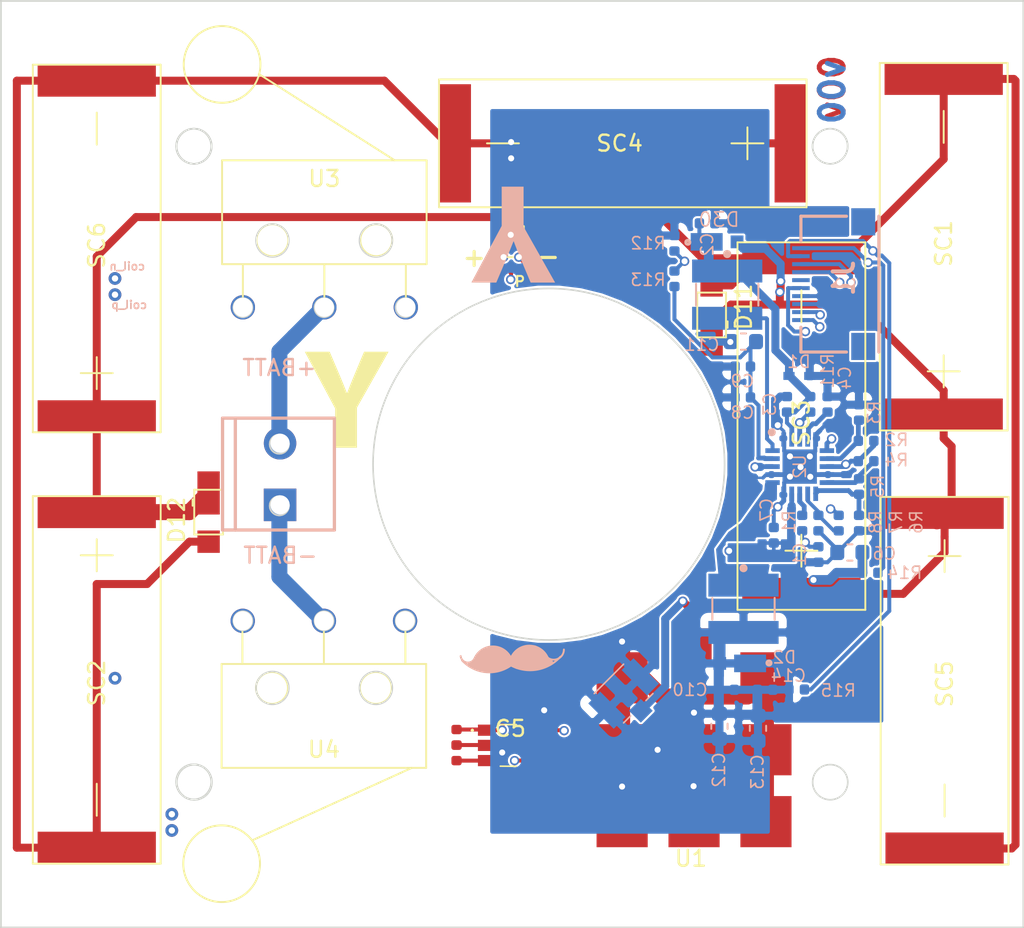
<source format=kicad_pcb>
(kicad_pcb (version 20171130) (host pcbnew "(5.1.4-0-10_14)")
  (layers (0 Top signal hide) (1 In1.Cu signal hide) (2 In2.Cu signal hide) (3 In3.Cu signal hide) (4 In4.Cu signal hide) (31 Bottom signal) (34 B.Paste user) (35 F.Paste user hide) (36 B.SilkS user) (37 F.SilkS user hide) (38 B.Mask user) (39 F.Mask user hide) (44 Edge.Cuts user))
  (net 0 "")
  (net 1 "Net-(D11-Pad2)")
  (net 2 GND)
  (net 3 VOUT_EN)
  (net 4 VSOLAR)
  (net 5 "Net-(C4-Pad1)")
  (net 6 +3V3)
  (net 7 /VBAT)
  (net 8 "Net-(C11-Pad1)")
  (net 9 "Net-(IC2-Pad2)")
  (net 10 SCL1)
  (net 11 SDA1)
  (net 12 COIL_N)
  (net 13 BATT_N)
  (net 14 BATT_P)
  (net 15 "Net-(L1-Pad2)")
  (net 16 "Net-(L2-Pad1)")
  (net 17 VBAT_OK)
  (net 18 "Net-(R5-Pad1)")
  (net 19 "Net-(R7-Pad1)")
  (net 20 COIL_P)
  (net 21 /coil)
  (net 22 "Net-(D11-Pad1)")
  (net 23 "Net-(R2-Pad2)")
  (net 24 "Net-(R2-Pad1)")
  (net 25 "Net-(R4-Pad1)")
  (net 26 "Net-(R11-Pad1)")
  (net 27 "Net-(J2-Pad3)")
  (net 28 "Net-(J3-Pad2)")
  (net 29 "Net-(J3-Pad1)")
  (module solarpcb:D2F-L2-2 (layer Top) (at 133.24332 89.18194)
    (fp_text reference U3 (at 0 -8.05) (layer F.SilkS))
    (fp_text value SW_SPDT)
    (pad 1 thru_hole circle (at 5.1 0) (size 1.524 1.524) (drill 1.2) (layers *.Cu *.Mask))
    (pad 2 thru_hole circle (at 0 0) (size 1.524 1.524) (drill 1.2) (layers *.Cu *.Mask) (net 28 "Net-(J3-Pad2)"))
    (pad 3 thru_hole circle (at -5.1 0) (size 1.524 1.524) (drill 1.2) (layers *.Cu *.Mask) (net 14 BATT_P))
  )
  (module solarpcb:XF2M-1015-1A (layer Bottom) (at 163.068 87.7316 270)
    (fp_text reference J1 (at -0.37186 -2.68404 90) (layer B.SilkS) (effects (font (size 1.27 1.27) (thickness 0.254)) (justify mirror)))
    (fp_text value XF2M-1015-1A hide)
    (pad 12 smd rect (at 3.9 -3.9 180) (size 1.5 1.7) (layers Bottom B.Paste B.Mask))
    (pad 11 smd rect (at -3.9 -3.9 180) (size 1.5 1.7) (layers Bottom B.Paste B.Mask))
    (pad 10 smd rect (at 2.25 0 270) (size 0.25 1.1) (layers Bottom B.Paste B.Mask) (net 20 COIL_P))
    (pad 9 smd rect (at 1.75 0 270) (size 0.25 1.1) (layers Bottom B.Paste B.Mask) (net 12 COIL_N))
    (pad 8 smd rect (at 1.25 0 270) (size 0.25 1.1) (layers Bottom B.Paste B.Mask) (net 2 GND))
    (pad 7 smd rect (at 0.75 0 270) (size 0.25 1.1) (layers Bottom B.Paste B.Mask) (net 2 GND))
    (pad 6 smd rect (at 0.25 0 270) (size 0.25 1.1) (layers Bottom B.Paste B.Mask) (net 6 +3V3))
    (pad 5 smd rect (at -0.25 0 270) (size 0.25 1.1) (layers Bottom B.Paste B.Mask))
    (pad 4 smd rect (at -0.75 0 270) (size 0.25 1.1) (layers Bottom B.Paste B.Mask) (net 10 SCL1))
    (pad 3 smd rect (at -1.25 0 270) (size 0.25 1.1) (layers Bottom B.Paste B.Mask) (net 11 SDA1))
    (pad 2 smd rect (at -1.75 0 270) (size 0.25 1.1) (layers Bottom B.Paste B.Mask) (net 13 BATT_N))
    (pad 1 smd rect (at -2.25 0 270) (size 0.25 1.1) (layers Bottom B.Paste B.Mask) (net 14 BATT_P))
  )
  (module solarpcb:TSL2561 (layer Top) (at 144.7546 116.5987)
    (fp_text reference IC2 hide)
    (fp_text value TSL2561 hide)
    (pad 1 smd rect (at -1.45 -0.95 90) (size 0.7 0.9) (layers Top F.Paste F.Mask) (net 6 +3V3))
    (pad 2 smd rect (at -1.45 0 90) (size 0.7 0.9) (layers Top F.Paste F.Mask) (net 9 "Net-(IC2-Pad2)"))
    (pad 3 smd rect (at -1.45 0.95 90) (size 0.7 0.9) (layers Top F.Paste F.Mask) (net 2 GND))
    (pad 4 smd rect (at 1.45 0.95 90) (size 0.7 0.9) (layers Top F.Paste F.Mask) (net 10 SCL1))
    (pad 5 smd rect (at 1.45 0 90) (size 0.7 0.9) (layers Top F.Paste F.Mask))
    (pad 6 smd rect (at 1.45 -0.95 90) (size 0.7 0.9) (layers Top F.Paste F.Mask) (net 11 SDA1))
  )
  (module solarpcb:SWLP-12-B (layer Top) (at 156.38018 116.87048 180)
    (fp_text reference U1 (at 0.2 -6.8) (layer F.SilkS))
    (fp_text value SWLP.12.B)
    (pad 9 smd rect (at 4.5 4.5 180) (size 3.2 3.2) (layers Top F.Paste F.Mask) (net 2 GND))
    (pad 8 smd rect (at 0 6.5 180) (size 2.2 2.2) (layers Top F.Paste F.Mask) (net 27 "Net-(J2-Pad3)"))
    (pad 7 smd rect (at -4.5 4.5 180) (size 3.2 3.2) (layers Top F.Paste F.Mask) (net 2 GND))
    (pad 6 smd rect (at 4.5 0 180) (size 3.2 3.2) (layers Top F.Paste F.Mask) (net 2 GND))
    (pad 5 smd rect (at 0 0 180) (size 3.2 3.2) (layers Top F.Paste F.Mask) (net 2 GND))
    (pad 4 smd rect (at -4.5 0 180) (size 3.2 3.2) (layers Top F.Paste F.Mask) (net 2 GND))
    (pad 3 smd rect (at 4.5 -4.5 180) (size 3.2 3.2) (layers Top F.Paste F.Mask) (net 2 GND))
    (pad 2 smd rect (at 0 -4.5 180) (size 3.2 3.2) (layers Top F.Paste F.Mask) (net 2 GND))
    (pad 1 smd rect (at -4.5 -4.5 180) (size 3.2 3.2) (layers Top F.Paste F.Mask) (net 2 GND))
  )
  (module solarpcb:KXOB25-05X3F (layer Top) (at 119 96 90)
    (fp_text reference SC6 (at 10.7 0 90) (layer F.SilkS))
    (fp_text value solarcell)
    (pad 1 smd rect (at 0 0 90) (size 2 7.4) (layers Top F.Paste F.Mask) (net 1 "Net-(D11-Pad2)"))
    (pad 2 smd rect (at 21 0 90) (size 2 7.4) (layers Top F.Paste F.Mask) (net 2 GND))
  )
  (module solarpcb:KXOB25-05X3F (layer Top) (at 172.0596 102.04958 270)
    (fp_text reference SC5 (at 10.7 0 90) (layer F.SilkS))
    (fp_text value solarcell)
    (pad 1 smd rect (at 0 0 270) (size 2 7.4) (layers Top F.Paste F.Mask) (net 22 "Net-(D11-Pad1)"))
    (pad 2 smd rect (at 21 0 270) (size 2 7.4) (layers Top F.Paste F.Mask) (net 1 "Net-(D11-Pad2)"))
  )
  (module solarpcb:KXOB25-05X3F (layer Top) (at 162.4203 78.92034 180)
    (fp_text reference SC4 (at 10.7 0) (layer F.SilkS))
    (fp_text value solarcell)
    (pad 1 smd rect (at 0 0 180) (size 2 7.4) (layers Top F.Paste F.Mask) (net 1 "Net-(D11-Pad2)"))
    (pad 2 smd rect (at 21 0 180) (size 2 7.4) (layers Top F.Paste F.Mask) (net 2 GND))
  )
  (module solarpcb:KXOB25-05X3F (layer Top) (at 163.09848 107.11434 90)
    (fp_text reference SC3 (at 10.7 0 90) (layer F.SilkS))
    (fp_text value solarcell)
    (pad 1 smd rect (at 0 0 90) (size 2 7.4) (layers Top F.Paste F.Mask) (net 22 "Net-(D11-Pad1)"))
    (pad 2 smd rect (at 21 0 90) (size 2 7.4) (layers Top F.Paste F.Mask) (net 1 "Net-(D11-Pad2)"))
  )
  (module solarpcb:KXOB25-05X3F (layer Top) (at 119 102 270)
    (fp_text reference SC2 (at 10.7 0 90) (layer F.SilkS))
    (fp_text value solarcell)
    (pad 1 smd rect (at 0 0 270) (size 2 7.4) (layers Top F.Paste F.Mask) (net 1 "Net-(D11-Pad2)"))
    (pad 2 smd rect (at 21 0 270) (size 2 7.4) (layers Top F.Paste F.Mask) (net 2 GND))
  )
  (module solarpcb:KXOB25-05X3F (layer Top) (at 172.00372 95.89008 90)
    (fp_text reference SC1 (at 10.7 0 90) (layer F.SilkS))
    (fp_text value solarcell)
    (pad 1 smd rect (at 0 0 90) (size 2 7.4) (layers Top F.Paste F.Mask) (net 22 "Net-(D11-Pad1)"))
    (pad 2 smd rect (at 21 0 90) (size 2 7.4) (layers Top F.Paste F.Mask) (net 1 "Net-(D11-Pad2)"))
  )
  (module solarpcb:SB-Diode (layer Top) (at 126 102 270)
    (fp_text reference D12 (at 0.5 2 90) (layer F.SilkS))
    (fp_text value bypassdiode)
    (pad 1 smd rect (at -1.2 0 270) (size 2.7 1.4) (layers Top F.Paste F.Mask) (net 1 "Net-(D11-Pad2)"))
    (pad 2 smd rect (at 1.85 0 270) (size 1.4 1.4) (layers Top F.Paste F.Mask) (net 2 GND))
  )
  (module solarpcb:SB-Diode (layer Top) (at 157.48 89.662 90)
    (fp_text reference D11 (at 0.5 2 90) (layer F.SilkS))
    (fp_text value bypassdiode)
    (pad 1 smd rect (at -1.2 0 90) (size 2.7 1.4) (layers Top F.Paste F.Mask) (net 22 "Net-(D11-Pad1)"))
    (pad 2 smd rect (at 1.85 0 90) (size 1.4 1.4) (layers Top F.Paste F.Mask) (net 1 "Net-(D11-Pad2)"))
  )
  (module custom-footprints:D2F-L2 (layer Top) (at 133.21538 108.80344 180)
    (fp_text reference U4 (at 0 -8.05) (layer F.SilkS))
    (fp_text value SW_SPDT)
    (pad 1 thru_hole circle (at -5.08 0 180) (size 1.524 1.524) (drill 1.2) (layers *.Cu *.Mask))
    (pad 2 thru_hole circle (at 0 0 180) (size 1.524 1.524) (drill 1.2) (layers *.Cu *.Mask) (net 29 "Net-(J3-Pad1)"))
    (pad 3 thru_hole circle (at 5.08 0 180) (size 1.524 1.524) (drill 1.2) (layers *.Cu *.Mask) (net 13 BATT_N))
  )
  (module custom-footprints:ypanel (layer Bottom) (at 161.925 85.598)
    (fp_text reference Ref** hide)
    (fp_text value Val** hide)
  )
  (module custom-footprints:ypanel (layer Top) (at 151.5 94)
    (fp_text reference Ref** hide)
    (fp_text value Val** hide)
  )
  (module Capacitor_SMD:C_0402_1005Metric (layer Top) (at 144.8816 114.3762 180)
    (fp_text reference C5 (at 0 -1.17) (layer F.SilkS))
    (fp_text value 0.1uF)
    (pad 2 smd roundrect (at 0.485 0 180) (size 0.59 0.64) (layers Top F.Paste F.Mask) (net 6 +3V3))
    (pad 1 smd roundrect (at -0.485 0 180) (size 0.59 0.64) (layers Top F.Paste F.Mask) (net 2 GND))
  )
  (module custom-footprints:SCREWTERMINAL-3.5MM-2_LOCK (layer Bottom) (at 130.47218 101.36886 90)
    (fp_text reference J3 hide)
    (fp_text value "BATTERY CONNECTOR")
    (pad 2 thru_hole circle (at 3.6778 0 90) (size 2.032 2.032) (drill 1.2) (layers *.Cu *.Mask) (net 28 "Net-(J3-Pad2)"))
    (pad 1 thru_hole rect (at -0.1778 0 90) (size 2.032 2.032) (drill 1.2) (layers *.Cu *.Mask) (net 29 "Net-(J3-Pad1)"))
  )
  (module custom-footprints:U.FL-R-SMT-1 (layer Bottom) (at 151.97074 113.35258 225)
    (fp_text reference J2 hide)
    (fp_text value U.FL-R-SMT-1 hide)
    (pad 3 smd rect (at 0 -1.525 135) (size 1.05 1.05) (layers Bottom B.Paste B.Mask) (net 27 "Net-(J2-Pad3)"))
    (pad 2 smd rect (at 1.475 0 225) (size 1.05 2.25) (layers Bottom B.Paste B.Mask) (net 2 GND))
    (pad 1 smd rect (at -1.475 0 225) (size 1.05 2.25) (layers Bottom B.Paste B.Mask) (net 2 GND))
  )
  (module custom-footprints:MICROSMP (layer Bottom) (at 157.82024 85.08758)
    (fp_text reference D30 (at 0.127 -1.397) (layer B.SilkS) (effects (font (size 0.889 0.889) (thickness 0.1016)) (justify mirror)))
    (fp_text value MSS1P4-M3_89A hide)
    (pad 2 smd rect (at 1.25 0 270) (size 0.8 0.8) (layers Bottom B.Paste B.Mask) (net 22 "Net-(D11-Pad1)"))
    (pad 1 smd rect (at -0.65 0 270) (size 1.1 2) (layers Bottom B.Paste B.Mask) (net 4 VSOLAR))
  )
  (module Resistor_SMD:R_0402_1005Metric (layer Top) (at 145.415 85.344 180)
    (fp_text reference R19 hide)
    (fp_text value 0)
    (pad 2 smd roundrect (at 0.485 0 180) (size 0.59 0.64) (layers Top F.Paste F.Mask) (net 12 COIL_N))
    (pad 1 smd roundrect (at -0.485 0 180) (size 0.59 0.64) (layers Top F.Paste F.Mask) (net 21 /coil))
  )
  (module Resistor_SMD:R_0402_1005Metric (layer Top) (at 144.44472 85.344 180)
    (fp_text reference R4 hide)
    (fp_text value 0)
    (pad 2 smd roundrect (at 0.485 0 180) (size 0.59 0.64) (layers Top F.Paste F.Mask) (net 21 /coil))
    (pad 1 smd roundrect (at -0.485 0 180) (size 0.59 0.64) (layers Top F.Paste F.Mask) (net 12 COIL_N))
  )
  (module Resistor_SMD:R_0402_1005Metric (layer Top) (at 145.415 86.741 180)
    (fp_text reference R3 hide)
    (fp_text value 0)
    (pad 2 smd roundrect (at 0.485 0 180) (size 0.59 0.64) (layers Top F.Paste F.Mask) (net 20 COIL_P))
    (pad 1 smd roundrect (at -0.485 0 180) (size 0.59 0.64) (layers Top F.Paste F.Mask) (net 21 /coil))
  )
  (module Resistor_SMD:R_0402_1005Metric (layer Top) (at 144.44472 86.741 180)
    (fp_text reference R2 hide)
    (fp_text value 0)
    (pad 2 smd roundrect (at 0.485 0 180) (size 0.59 0.64) (layers Top F.Paste F.Mask) (net 21 /coil))
    (pad 1 smd roundrect (at -0.485 0 180) (size 0.59 0.64) (layers Top F.Paste F.Mask) (net 20 COIL_P))
  )
  (module Resistor_SMD:R_0402_1005Metric (layer Top) (at 141.5161 117.0662 90)
    (fp_text reference R10 hide)
    (fp_text value 0)
    (pad 2 smd roundrect (at 0.485 0 90) (size 0.59 0.64) (layers Top F.Paste F.Mask) (net 9 "Net-(IC2-Pad2)"))
    (pad 1 smd roundrect (at -0.485 0 90) (size 0.59 0.64) (layers Top F.Paste F.Mask) (net 2 GND))
  )
  (module Resistor_SMD:R_0402_1005Metric (layer Top) (at 141.5161 116.0907 90)
    (fp_text reference R9 hide)
    (fp_text value 0)
    (pad 2 smd roundrect (at 0.485 0 90) (size 0.59 0.64) (layers Top F.Paste F.Mask) (net 6 +3V3))
    (pad 1 smd roundrect (at -0.485 0 90) (size 0.59 0.64) (layers Top F.Paste F.Mask) (net 9 "Net-(IC2-Pad2)"))
  )
  (module Capacitor_SMD:C_0603_1608Metric (layer Bottom) (at 166.13124 104.52608 180)
    (fp_text reference C6 (at -2.159 -0.0635 180) (layer B.SilkS) (effects (font (size 0.762 0.762) (thickness 0.1016)) (justify mirror)))
    (fp_text value 100uF)
    (pad 2 smd roundrect (at 0.7875 0 180) (size 0.875 0.95) (layers Bottom B.Paste B.Mask) (net 2 GND))
    (pad 1 smd roundrect (at -0.7875 0 180) (size 0.875 0.95) (layers Bottom B.Paste B.Mask) (net 7 /VBAT))
  )
  (module Capacitor_SMD:C_0402_1005Metric (layer Bottom) (at 159.42826 92.888584 180)
    (fp_text reference C9 (at 0.02034 -0.916156) (layer B.SilkS) (effects (font (size 0.762 0.762) (thickness 0.1016)) (justify mirror)))
    (fp_text value 0.1uF)
    (pad 2 smd roundrect (at 0.485 0 180) (size 0.59 0.64) (layers Bottom B.Paste B.Mask) (net 2 GND))
    (pad 1 smd roundrect (at -0.485 0 180) (size 0.59 0.64) (layers Bottom B.Paste B.Mask) (net 8 "Net-(C11-Pad1)"))
  )
  (module Capacitor_SMD:C_0603_1608Metric (layer Bottom) (at 160.38124 115.53158 270)
    (fp_text reference C13 (at 2.7305 0.033 270) (layer B.SilkS) (effects (font (size 0.762 0.762) (thickness 0.1016)) (justify mirror)))
    (fp_text value 100uF)
    (pad 2 smd roundrect (at 0.7875 0 270) (size 0.875 0.95) (layers Bottom B.Paste B.Mask) (net 2 GND))
    (pad 1 smd roundrect (at -0.7875 0 270) (size 0.875 0.95) (layers Bottom B.Paste B.Mask) (net 2 GND))
  )
  (module misc-circuits:SOD523 (layer Bottom) (at 162.92124 93.47708)
    (fp_text reference D1 (at -0.7905 -1.3335) (layer B.SilkS) (effects (font (size 0.762 0.762) (thickness 0.1016)) (justify right top mirror)))
    (fp_text value BZT52C4V7t)
    (pad C smd rect (at -0.6 0) (size 0.7 0.5) (layers Bottom B.Paste B.Mask) (net 4 VSOLAR))
    (pad A smd rect (at 0.7 0) (size 0.7 0.5) (layers Bottom B.Paste B.Mask) (net 2 GND))
  )
  (module misc-circuits:QFN50P350X350X100-21N-D (layer Bottom) (at 162.992584 99.15174 270)
    (fp_text reference U2 (at 0 0 90) (layer B.SilkS) (effects (font (size 0.762 0.762) (thickness 0.1016)) (justify mirror)))
    (fp_text value Value hide)
    (pad 21 smd rect (at 0 0 270) (size 2.15 2.15) (layers Bottom B.Paste B.Mask) (net 2 GND))
    (pad 20 smd rect (at -1 1.7 270) (size 0.3 0.9) (layers Bottom B.Paste B.Mask) (net 15 "Net-(L1-Pad2)"))
    (pad 19 smd rect (at -0.5 1.7 270) (size 0.3 0.9) (layers Bottom B.Paste B.Mask) (net 8 "Net-(C11-Pad1)"))
    (pad 18 smd rect (at 0 1.7 270) (size 0.3 0.9) (layers Bottom B.Paste B.Mask) (net 7 /VBAT))
    (pad 17 smd rect (at 0.5 1.7 270) (size 0.3 0.9) (layers Bottom B.Paste B.Mask) (net 2 GND))
    (pad 16 smd rect (at 1 1.7 270) (size 0.3 0.9) (layers Bottom B.Paste B.Mask) (net 16 "Net-(L2-Pad1)"))
    (pad 15 smd rect (at 1.7 1 180) (size 0.3 0.9) (layers Bottom B.Paste B.Mask) (net 2 GND))
    (pad 14 smd rect (at 1.7 0.5 180) (size 0.3 0.9) (layers Bottom B.Paste B.Mask) (net 6 +3V3))
    (pad 13 smd rect (at 1.7 0 180) (size 0.3 0.9) (layers Bottom B.Paste B.Mask) (net 17 VBAT_OK))
    (pad 12 smd rect (at 1.7 -0.5 180) (size 0.3 0.9) (layers Bottom B.Paste B.Mask) (net 19 "Net-(R7-Pad1)"))
    (pad 11 smd rect (at 1.7 -1 180) (size 0.3 0.9) (layers Bottom B.Paste B.Mask) (net 18 "Net-(R5-Pad1)"))
    (pad 10 smd rect (at 1 -1.7 270) (size 0.3 0.9) (layers Bottom B.Paste B.Mask) (net 25 "Net-(R4-Pad1)"))
    (pad 9 smd rect (at 0.5 -1.7 270) (size 0.3 0.9) (layers Bottom B.Paste B.Mask) (net 2 GND))
    (pad 8 smd rect (at 0 -1.7 270) (size 0.3 0.9) (layers Bottom B.Paste B.Mask) (net 23 "Net-(R2-Pad2)"))
    (pad 7 smd rect (at -0.5 -1.7 270) (size 0.3 0.9) (layers Bottom B.Paste B.Mask) (net 24 "Net-(R2-Pad1)"))
    (pad 6 smd rect (at -1 -1.7 270) (size 0.3 0.9) (layers Bottom B.Paste B.Mask) (net 3 VOUT_EN))
    (pad 5 smd rect (at -1.7 -1 180) (size 0.3 0.9) (layers Bottom B.Paste B.Mask) (net 2 GND))
    (pad 4 smd rect (at -1.7 -0.5 180) (size 0.3 0.9) (layers Bottom B.Paste B.Mask) (net 5 "Net-(C4-Pad1)"))
    (pad 3 smd rect (at -1.7 0 180) (size 0.3 0.9) (layers Bottom B.Paste B.Mask) (net 26 "Net-(R11-Pad1)"))
    (pad 2 smd rect (at -1.7 0.5 180) (size 0.3 0.9) (layers Bottom B.Paste B.Mask) (net 4 VSOLAR))
    (pad 1 smd rect (at -1.7 1 180) (size 0.3 0.9) (layers Bottom B.Paste B.Mask) (net 2 GND))
  )
  (module custom-footprints:MICROSMP (layer Bottom) (at 159.23824 111.46758 180)
    (fp_text reference D2 (at -2.794 0.381 180) (layer B.SilkS) (effects (font (size 0.762 0.762) (thickness 0.1016)) (justify mirror)))
    (fp_text value MSS1P4-M3_89A hide)
    (pad 2 smd rect (at 1.25 0 90) (size 0.8 0.8) (layers Bottom B.Paste B.Mask) (net 2 GND))
    (pad 1 smd rect (at -0.65 0 90) (size 1.1 2) (layers Bottom B.Paste B.Mask) (net 2 GND))
  )
  (module Resistor_SMD:R_0402_1005Metric (layer Bottom) (at 166.70274 95.76308 270)
    (fp_text reference R3 (at 0 -0.9525 270) (layer B.SilkS) (effects (font (size 0.762 0.762) (thickness 0.1016)) (justify mirror)))
    (fp_text value 5.62M)
    (pad 2 smd roundrect (at 0.485 0 270) (size 0.59 0.64) (layers Bottom B.Paste B.Mask) (net 24 "Net-(R2-Pad1)"))
    (pad 1 smd roundrect (at -0.485 0 270) (size 0.59 0.64) (layers Bottom B.Paste B.Mask) (net 2 GND))
  )
  (module Resistor_SMD:R_0402_1005Metric (layer Bottom) (at 167.14724 97.54108)
    (fp_text reference R2 (at 1.905 -0.0635 180) (layer B.SilkS) (effects (font (size 0.762 0.762) (thickness 0.1016)) (justify mirror)))
    (fp_text value 7.32M)
    (pad 2 smd roundrect (at 0.485 0) (size 0.59 0.64) (layers Bottom B.Paste B.Mask) (net 23 "Net-(R2-Pad2)"))
    (pad 1 smd roundrect (at -0.485 0) (size 0.59 0.64) (layers Bottom B.Paste B.Mask) (net 24 "Net-(R2-Pad1)"))
  )
  (module Resistor_SMD:R_0402_1005Metric (layer Bottom) (at 155.15324 87.39608 90)
    (fp_text reference R13 (at -0.0635 -1.651) (layer B.SilkS) (effects (font (size 0.762 0.762) (thickness 0.1016)) (justify mirror)))
    (fp_text value 0)
    (pad 2 smd roundrect (at 0.485 0 90) (size 0.59 0.64) (layers Bottom B.Paste B.Mask) (net 26 "Net-(R11-Pad1)"))
    (pad 1 smd roundrect (at -0.485 0 90) (size 0.59 0.64) (layers Bottom B.Paste B.Mask) (net 8 "Net-(C11-Pad1)"))
  )
  (module Capacitor_SMD:C_0402_1005Metric (layer Bottom) (at 159.42826 94.82074 180)
    (fp_text reference C8 (at 0.02034 -0.9525) (layer B.SilkS) (effects (font (size 0.762 0.762) (thickness 0.1016)) (justify mirror)))
    (fp_text value 4.7uF)
    (pad 2 smd roundrect (at 0.485 0 180) (size 0.59 0.64) (layers Bottom B.Paste B.Mask) (net 2 GND))
    (pad 1 smd roundrect (at -0.485 0 180) (size 0.59 0.64) (layers Bottom B.Paste B.Mask) (net 8 "Net-(C11-Pad1)"))
  )
  (module Capacitor_SMD:C_0603_1608Metric (layer Bottom) (at 157.96824 115.40458 270)
    (fp_text reference C12 (at 2.7305 0.033 270) (layer B.SilkS) (effects (font (size 0.762 0.762) (thickness 0.1016)) (justify mirror)))
    (fp_text value 100uF)
    (pad 2 smd roundrect (at 0.7875 0 270) (size 0.875 0.95) (layers Bottom B.Paste B.Mask) (net 2 GND))
    (pad 1 smd roundrect (at -0.7875 0 270) (size 0.875 0.95) (layers Bottom B.Paste B.Mask) (net 2 GND))
  )
  (module Capacitor_SMD:C_0402_1005Metric (layer Bottom) (at 160.82574 113.11858)
    (fp_text reference C14 (at 1.4605 -0.889) (layer B.SilkS) (effects (font (size 0.762 0.762) (thickness 0.1016)) (justify mirror)))
    (fp_text value 0.1uF)
    (pad 2 smd roundrect (at 0.485 0) (size 0.59 0.64) (layers Bottom B.Paste B.Mask) (net 2 GND))
    (pad 1 smd roundrect (at -0.485 0) (size 0.59 0.64) (layers Bottom B.Paste B.Mask) (net 2 GND))
  )
  (module Resistor_SMD:R_0402_1005Metric (layer Bottom) (at 167.14724 98.81108 180)
    (fp_text reference R4 (at -1.905 0.0635 180) (layer B.SilkS) (effects (font (size 0.762 0.762) (thickness 0.1016)) (justify mirror)))
    (fp_text value 374K)
    (pad 2 smd roundrect (at 0.485 0 180) (size 0.59 0.64) (layers Bottom B.Paste B.Mask) (net 23 "Net-(R2-Pad2)"))
    (pad 1 smd roundrect (at -0.485 0 180) (size 0.59 0.64) (layers Bottom B.Paste B.Mask) (net 25 "Net-(R4-Pad1)"))
  )
  (module Resistor_SMD:R_0402_1005Metric (layer Bottom) (at 164.16274 102.68458 90)
    (fp_text reference R8 (at 0.0635 3.583 90) (layer B.SilkS) (effects (font (size 0.762 0.762) (thickness 0.1016)) (justify mirror)))
    (fp_text value 4.75M)
    (pad 2 smd roundrect (at 0.485 0 90) (size 0.59 0.64) (layers Bottom B.Paste B.Mask) (net 19 "Net-(R7-Pad1)"))
    (pad 1 smd roundrect (at -0.485 0 90) (size 0.59 0.64) (layers Bottom B.Paste B.Mask) (net 2 GND))
  )
  (module Resistor_SMD:R_0402_1005Metric (layer Bottom) (at 166.70274 102.68458 90)
    (fp_text reference R6 (at 0.0635 3.583 90) (layer B.SilkS) (effects (font (size 0.762 0.762) (thickness 0.1016)) (justify mirror)))
    (fp_text value 4.53M)
    (pad 2 smd roundrect (at 0.485 0 90) (size 0.59 0.64) (layers Bottom B.Paste B.Mask) (net 18 "Net-(R5-Pad1)"))
    (pad 1 smd roundrect (at -0.485 0 90) (size 0.59 0.64) (layers Bottom B.Paste B.Mask) (net 2 GND))
  )
  (module Resistor_SMD:R_0402_1005Metric (layer Bottom) (at 165.43274 102.68458 90)
    (fp_text reference R7 (at 0.0635 3.583 90) (layer B.SilkS) (effects (font (size 0.762 0.762) (thickness 0.1016)) (justify mirror)))
    (fp_text value 8.25M)
    (pad 2 smd roundrect (at 0.485 0 90) (size 0.59 0.64) (layers Bottom B.Paste B.Mask) (net 23 "Net-(R2-Pad2)"))
    (pad 1 smd roundrect (at -0.485 0 90) (size 0.59 0.64) (layers Bottom B.Paste B.Mask) (net 19 "Net-(R7-Pad1)"))
  )
  (module Resistor_SMD:R_0402_1005Metric (layer Bottom) (at 166.70274 100.39858 90)
    (fp_text reference R5 (at 0 1.17 90) (layer B.SilkS) (effects (font (size 0.762 0.762) (thickness 0.1016)) (justify mirror)))
    (fp_text value 8.25M)
    (pad 2 smd roundrect (at 0.485 0 90) (size 0.59 0.64) (layers Bottom B.Paste B.Mask) (net 25 "Net-(R4-Pad1)"))
    (pad 1 smd roundrect (at -0.485 0 90) (size 0.59 0.64) (layers Bottom B.Paste B.Mask) (net 18 "Net-(R5-Pad1)"))
  )
  (module Resistor_SMD:R_0402_1005Metric (layer Bottom) (at 163.65474 95.25508 90)
    (fp_text reference R11 (at 2.0955 1.0795 90) (layer B.SilkS) (effects (font (size 0.762 0.762) (thickness 0.1016)) (justify mirror)))
    (fp_text value 0)
    (pad 2 smd roundrect (at 0.485 0 90) (size 0.59 0.64) (layers Bottom B.Paste B.Mask) (net 4 VSOLAR))
    (pad 1 smd roundrect (at -0.485 0 90) (size 0.59 0.64) (layers Bottom B.Paste B.Mask) (net 26 "Net-(R11-Pad1)"))
  )
  (module Resistor_SMD:R_0402_1005Metric (layer Bottom) (at 155.15324 85.17358 270)
    (fp_text reference R12 (at 0 1.651) (layer B.SilkS) (effects (font (size 0.762 0.762) (thickness 0.1016)) (justify mirror)))
    (fp_text value 0)
    (pad 2 smd roundrect (at 0.485 0 270) (size 0.59 0.64) (layers Bottom B.Paste B.Mask) (net 26 "Net-(R11-Pad1)"))
    (pad 1 smd roundrect (at -0.485 0 270) (size 0.59 0.64) (layers Bottom B.Paste B.Mask) (net 2 GND))
  )
  (module Resistor_SMD:R_0402_1005Metric (layer Bottom) (at 167.40124 105.79608 180)
    (fp_text reference R14 (at -2.159 0) (layer B.SilkS) (effects (font (size 0.762 0.762) (thickness 0.1016)) (justify mirror)))
    (fp_text value 0)
    (pad 2 smd roundrect (at 0.485 0 180) (size 0.59 0.64) (layers Bottom B.Paste B.Mask) (net 7 /VBAT))
    (pad 1 smd roundrect (at -0.485 0 180) (size 0.59 0.64) (layers Bottom B.Paste B.Mask) (net 14 BATT_P))
  )
  (module Resistor_SMD:R_0402_1005Metric (layer Bottom) (at 162.8044 113.1008 180)
    (fp_text reference R15 (at -2.6035 -0.0635 180) (layer B.SilkS) (effects (font (size 0.762 0.762) (thickness 0.1016)) (justify mirror)))
    (fp_text value 0)
    (pad 2 smd roundrect (at 0.485 0 180) (size 0.59 0.64) (layers Bottom B.Paste B.Mask) (net 2 GND))
    (pad 1 smd roundrect (at -0.485 0 180) (size 0.59 0.64) (layers Bottom B.Paste B.Mask) (net 13 BATT_N))
  )
  (module Resistor_SMD:R_0402_1005Metric (layer Bottom) (at 163.14674 102.68458 270)
    (fp_text reference R1 (at -0.0635 0.8255 90) (layer B.SilkS) (effects (font (size 0.762 0.762) (thickness 0.1016)) (justify mirror)))
    (fp_text value 0)
    (pad 2 smd roundrect (at 0.485 0 270) (size 0.59 0.64) (layers Bottom B.Paste B.Mask) (net 3 VOUT_EN))
    (pad 1 smd roundrect (at -0.485 0 270) (size 0.59 0.64) (layers Bottom B.Paste B.Mask) (net 17 VBAT_OK))
  )
  (module misc-circuits:LPS4018 (layer Bottom) (at 159.475 108.05 270)
    (fp_text reference L2 hide)
    (fp_text value 10uH-LPS4018-103MR hide)
    (pad 2 smd rect (at 1.47955 0 270) (size 1.4351 4.3942) (layers Bottom B.Paste B.Mask) (net 2 GND))
    (pad 1 smd rect (at -1.47955 0 270) (size 1.4351 4.3942) (layers Bottom B.Paste B.Mask) (net 16 "Net-(L2-Pad1)"))
  )
  (module misc-circuits:LPS4018 (layer Bottom) (at 158.45524 88.38958 270)
    (fp_text reference L1 hide)
    (fp_text value 22uH-LPS4018-223MR hide)
    (pad 2 smd rect (at 1.47955 0 270) (size 1.4351 4.3942) (layers Bottom B.Paste B.Mask) (net 15 "Net-(L1-Pad2)"))
    (pad 1 smd rect (at -1.47955 0 270) (size 1.4351 4.3942) (layers Bottom B.Paste B.Mask) (net 4 VSOLAR))
  )
  (module Capacitor_SMD:C_0603_1608Metric (layer Bottom) (at 159.47142 91.32824 180)
    (fp_text reference C11 (at 2.6035 -0.1905) (layer B.SilkS) (effects (font (size 0.762 0.762) (thickness 0.1016)) (justify mirror)))
    (fp_text value 100uF)
    (pad 2 smd roundrect (at 0.7875 0 180) (size 0.875 0.95) (layers Bottom B.Paste B.Mask) (net 2 GND))
    (pad 1 smd roundrect (at -0.7875 0 180) (size 0.875 0.95) (layers Bottom B.Paste B.Mask) (net 8 "Net-(C11-Pad1)"))
  )
  (module Capacitor_SMD:C_0402_1005Metric (layer Bottom) (at 161.36874 103.44658 90)
    (fp_text reference C7 (at 1.5875 -0.4445 90) (layer B.SilkS) (effects (font (size 0.762 0.762) (thickness 0.1016)) (justify mirror)))
    (fp_text value 22uF)
    (pad 2 smd roundrect (at 0.485 0 90) (size 0.59 0.64) (layers Bottom B.Paste B.Mask) (net 2 GND))
    (pad 1 smd roundrect (at -0.485 0 90) (size 0.59 0.64) (layers Bottom B.Paste B.Mask) (net 6 +3V3))
  )
  (module Capacitor_SMD:C_0402_1005Metric (layer Bottom) (at 164.73424 95.25508 90)
    (fp_text reference C4 (at 1.651 1.0795 90) (layer B.SilkS) (effects (font (size 0.762 0.762) (thickness 0.1016)) (justify mirror)))
    (fp_text value 10nF)
    (pad 2 smd roundrect (at 0.485 0 90) (size 0.59 0.64) (layers Bottom B.Paste B.Mask) (net 2 GND))
    (pad 1 smd roundrect (at -0.485 0 90) (size 0.59 0.64) (layers Bottom B.Paste B.Mask) (net 5 "Net-(C4-Pad1)"))
  )
  (module Capacitor_SMD:C_0402_1005Metric (layer Bottom) (at 157.2 83.925)
    (fp_text reference C2 (at 0 1.3335 -270) (layer B.SilkS) (effects (font (size 0.762 0.762) (thickness 0.1016)) (justify mirror)))
    (fp_text value 0.1uF)
    (pad 2 smd roundrect (at 0.485 0) (size 0.59 0.64) (layers Bottom B.Paste B.Mask) (net 2 GND))
    (pad 1 smd roundrect (at -0.485 0) (size 0.59 0.64) (layers Bottom B.Paste B.Mask) (net 4 VSOLAR))
  )
  (module Capacitor_SMD:C_0402_1005Metric (layer Bottom) (at 158.41274 113.11858)
    (fp_text reference C10 (at -2.286 0 180) (layer B.SilkS) (effects (font (size 0.762 0.762) (thickness 0.1016)) (justify mirror)))
    (fp_text value 0.1uF)
    (pad 2 smd roundrect (at 0.485 0) (size 0.59 0.64) (layers Bottom B.Paste B.Mask) (net 2 GND))
    (pad 1 smd roundrect (at -0.485 0) (size 0.59 0.64) (layers Bottom B.Paste B.Mask) (net 2 GND))
  )
  (module Capacitor_SMD:C_0402_1005Metric (layer Bottom) (at 162.19424 95.25508 90)
    (fp_text reference C3 (at 0 -1.0795 90) (layer B.SilkS) (effects (font (size 0.762 0.762) (thickness 0.1016)) (justify mirror)))
    (fp_text value 4.7uF)
    (pad 2 smd roundrect (at 0.485 0 90) (size 0.59 0.64) (layers Bottom B.Paste B.Mask) (net 2 GND))
    (pad 1 smd roundrect (at -0.485 0 90) (size 0.59 0.64) (layers Bottom B.Paste B.Mask) (net 4 VSOLAR))
  )
  (module Capacitor_SMD:C_0402_1005Metric (layer Bottom) (at 164.16274 104.65308 270)
    (fp_text reference C1 (at 0 1.17 90) (layer B.SilkS) (effects (font (size 0.762 0.762) (thickness 0.1016)) (justify mirror)))
    (fp_text value 1.0uF)
    (pad 2 smd roundrect (at 0.485 0 270) (size 0.59 0.64) (layers Bottom B.Paste B.Mask) (net 2 GND))
    (pad 1 smd roundrect (at -0.485 0 270) (size 0.59 0.64) (layers Bottom B.Paste B.Mask) (net 3 VOUT_EN))
  )
  (gr_circle (center 125.0728 118.8764) (end 126.1728 118.8764) (layer Edge.Cuts) (width 0.05))
  (gr_circle (center 125.0678 118.87888) (end 123.9678 118.87888) (layer Edge.Cuts) (width 0.1))
  (gr_circle (center 125.0678 118.87888) (end 123.9678 118.87888) (layer Edge.Cuts) (width 0.1))
  (gr_circle (center 125.0728 79.1) (end 126.1728 79.1) (layer Edge.Cuts) (width 0.05))
  (gr_circle (center 125.0678 79.10248) (end 123.9678 79.10248) (layer Edge.Cuts) (width 0.1))
  (gr_circle (center 125.0678 79.10248) (end 123.9678 79.10248) (layer Edge.Cuts) (width 0.1))
  (gr_circle (center 133.224 89.203478) (end 132.624 89.203478) (layer Edge.Cuts) (width 0.1))
  (gr_circle (center 129.995 85.002478) (end 128.965436 85.002478) (layer Edge.Cuts) (width 0.1))
  (gr_circle (center 136.47 85.002478) (end 135.440436 85.002478) (layer Edge.Cuts) (width 0.1))
  (gr_circle (center 138.303999 89.203478) (end 137.703999 89.203478) (layer Edge.Cuts) (width 0.1))
  (gr_circle (center 128.144 89.203478) (end 127.543999 89.203478) (layer Edge.Cuts) (width 0.1))
  (gr_circle (center 147.291 99.002479) (end 136.291 99.002479) (layer Edge.Cuts) (width 0.1))
  (gr_circle (center 164.895 79.10248) (end 163.795 79.10248) (layer Edge.Cuts) (width 0.1))
  (gr_circle (center 125.095 79.10248) (end 123.995 79.10248) (layer Edge.Cuts) (width 0.1))
  (gr_circle (center 130.424 97.74868) (end 129.823999 97.74868) (layer Edge.Cuts) (width 0.1))
  (gr_circle (center 130.424 101.60428) (end 129.824 101.60428) (layer Edge.Cuts) (width 0.1))
  (gr_circle (center 138.303999 108.80148) (end 137.703999 108.80148) (layer Edge.Cuts) (width 0.1))
  (gr_circle (center 133.224 108.80148) (end 132.624 108.80148) (layer Edge.Cuts) (width 0.1))
  (gr_circle (center 128.144 108.80148) (end 127.543999 108.80148) (layer Edge.Cuts) (width 0.1))
  (gr_circle (center 136.47 113.00248) (end 135.440436 113.00248) (layer Edge.Cuts) (width 0.1))
  (gr_circle (center 129.995 113.00248) (end 128.965436 113.00248) (layer Edge.Cuts) (width 0.1))
  (gr_circle (center 125.095 118.90248) (end 123.995 118.90248) (layer Edge.Cuts) (width 0.1))
  (gr_line (start 176.995 70.00248) (end 176.995 128.00248) (layer Edge.Cuts) (width 0.1))
  (gr_line (start 176.995 128.00248) (end 176.995 70.00248) (layer Edge.Cuts) (width 0.1))
  (gr_line (start 112.995 128.00248) (end 176.995 128.00248) (layer Edge.Cuts) (width 0.1))
  (gr_line (start 112.995 70.00248) (end 112.995 128.00248) (layer Edge.Cuts) (width 0.1))
  (gr_line (start 176.995 70.00248) (end 112.995 70.00248) (layer Edge.Cuts) (width 0.1))
  (gr_line (start 112.995 70.00248) (end 176.995 70.00248) (layer Edge.Cuts) (width 0.1))
  (gr_line (start 112.995 128.00248) (end 112.995 70.00248) (layer Edge.Cuts) (width 0.1))
  (gr_line (start 176.995 128.00248) (end 112.995 128.00248) (layer Edge.Cuts) (width 0.1))
  (gr_circle (center 130.424 97.74868) (end 129.824 97.74868) (layer Edge.Cuts) (width 0.1))
  (gr_circle (center 164.9 118.9) (end 163.8 118.9) (layer Edge.Cuts) (width 0.1))
  (gr_circle (center 125.095 79.10248) (end 123.995 79.10248) (layer Edge.Cuts) (width 0.1))
  (gr_circle (center 164.895 79.10248) (end 163.795 79.10248) (layer Edge.Cuts) (width 0.1))
  (gr_circle (center 130.424 101.60428) (end 129.824 101.60428) (layer Edge.Cuts) (width 0.1))
  (gr_circle (center 125.095 118.90248) (end 123.995 118.90248) (layer Edge.Cuts) (width 0.1))
  (gr_text coil_p (at 121.031 89.027) (layer B.SilkS) (effects (font (size 0.5 0.5) (thickness 0.1)) (justify mirror)))
  (gr_text coil_n (at 120.904 86.614) (layer B.SilkS) (effects (font (size 0.5 0.5) (thickness 0.1)) (justify mirror)))
  (gr_text v00 (at 165.0365 75.692 90) (layer Bottom) (effects (font (size 1.5 1.5) (thickness 0.3)) (justify mirror)))
  (gr_text v00 (at 165.0365 75.438 90) (layer Top) (effects (font (size 1.5 1.5) (thickness 0.3))))
  (gr_arc (start 143.574141 109.693751) (end 141.863254 111.278742) (angle -82.04197582) (layer B.SilkS) (width 0.12))
  (gr_arc (start 142.230911 110.957393) (end 141.773712 111.008192) (angle -141.654425) (layer B.SilkS) (width 0.12))
  (gr_arc (start 143.7894 111.6584) (end 144.932399 111.150401) (angle -134.2361015) (layer B.SilkS) (width 0.12))
  (gr_arc (start 146.117999 109.339001) (end 144.975 111.625) (angle -74.57783868) (layer B.SilkS) (width 0.12))
  (gr_arc (start 147.6 110.6) (end 147.219 111.108) (angle -126.8699157) (layer B.SilkS) (width 0.12))
  (gr_arc (start 146.0754 111.607999) (end 147.218399 111.1) (angle -134.2361015) (layer B.SilkS) (width 0.12))
  (gr_text +BATT (at 130.429 92.964) (layer B.SilkS) (effects (font (size 1 1)) (justify mirror)))
  (gr_text "-BATT\n" (at 130.4925 104.7115) (layer B.SilkS) (effects (font (size 1 1)) (justify mirror)))
  (gr_circle (center 164.9 79.1) (end 166 79.1) (layer Edge.Cuts) (width 0.05))
  (gr_circle (center 125.1 79.1) (end 126.2 79.1) (layer Edge.Cuts) (width 0.05))
  (gr_circle (center 125.1 118.9) (end 126.2 118.9) (layer Edge.Cuts) (width 0.12))
  (gr_line (start 177 70) (end 113 70) (layer Edge.Cuts) (width 0.1))
  (gr_line (start 113 128) (end 177 128) (layer Edge.Cuts) (width 0.1))
  (gr_line (start 177 128) (end 177 70) (layer Edge.Cuts) (width 0.1))
  (gr_line (start 113 70) (end 113 128) (layer Edge.Cuts) (width 0.1))
  (gr_text - (at 147.2565 85.979) (layer F.SilkS) (effects (font (size 1.143 1.143) (thickness 0.2032))))
  (gr_text P (at 145.4785 87.5665) (layer F.SilkS) (effects (font (size 0.635 0.635) (thickness 0.127))))
  (gr_text N (at 145.542 84.3915 180) (layer F.SilkS) (effects (font (size 0.635 0.635) (thickness 0.127))))
  (gr_text + (at 142.621 86.0425) (layer F.SilkS) (effects (font (size 1.143 1.143) (thickness 0.2032))))
  (gr_line (start 143.8275 86.0425) (end 143.51 86.0425) (layer F.SilkS) (width 0.12))
  (gr_line (start 145.034 86.0425) (end 144.7165 86.0425) (layer F.SilkS) (width 0.12))
  (gr_line (start 144.0815 86.0425) (end 144.399 86.0425) (layer F.SilkS) (width 0.12))
  (gr_line (start 145.415 86.0425) (end 145.7325 86.0425) (layer F.SilkS) (width 0.12))
  (gr_line (start 146.3675 86.0425) (end 146.05 86.0425) (layer F.SilkS) (width 0.12))
  (via (at 158.65 91.35) (size 0.5842) (drill 0.381) (layers Top Bottom) (net 2))
  (via (at 164.275 89.65) (size 0.5842) (drill 0.381) (layers Top Bottom) (net 12))
  (via (at 164.25 90.4) (size 0.5842) (drill 0.381) (layers Top Bottom) (net 20))
  (via (at 165.5 87.625) (size 0.5842) (drill 0.381) (layers Top Bottom) (net 10))
  (via (at 166.2 87.625) (size 0.5842) (drill 0.381) (layers Top Bottom) (net 11))
  (via (at 167.275 86.375) (size 0.5842) (drill 0.381) (layers Top Bottom) (net 14))
  (via (at 167.575 85.65) (size 0.5842) (drill 0.381) (layers Top Bottom) (net 13))
  (segment (start 124.8 102) (end 126 100.8) (width 1) (layer Top) (net 1))
  (segment (start 119 102) (end 124.8 102) (width 1) (layer Top) (net 1))
  (segment (start 161 86) (end 165.7 86) (width 1) (layer Top) (net 1))
  (segment (start 176.5 75) (end 176.5 122.80918) (width 0.5) (layer Top) (net 1))
  (segment (start 176.39008 74.89008) (end 176.5 75) (width 0.5) (layer Top) (net 1))
  (segment (start 176.2596 123.04958) (end 172.0596 123.04958) (width 0.5) (layer Top) (net 1))
  (segment (start 176.5 122.80918) (end 176.2596 123.04958) (width 0.5) (layer Top) (net 1))
  (segment (start 172.00372 74.89008) (end 176.39008 74.89008) (width 0.5) (layer Top) (net 1))
  (segment (start 119 86) (end 119 96) (width 0.5) (layer Top) (net 1))
  (segment (start 121.465885 83.534115) (end 119 86) (width 0.5) (layer Top) (net 1))
  (segment (start 154.326115 83.534115) (end 121.465885 83.534115) (width 0.5) (layer Top) (net 1))
  (segment (start 119 96) (end 119 102) (width 0.5) (layer Top) (net 1))
  (segment (start 172.00372 79.9091) (end 165.79848 86.11434) (width 0.5) (layer Top) (net 1))
  (segment (start 165.79848 86.11434) (end 163.09848 86.11434) (width 0.5) (layer Top) (net 1))
  (segment (start 172.00372 74.89008) (end 172.00372 79.9091) (width 0.5) (layer Top) (net 1))
  (segment (start 158.93989 78.92034) (end 162.4203 78.92034) (width 0.5) (layer Top) (net 1))
  (segment (start 154.326115 83.534115) (end 158.93989 78.92034) (width 0.5) (layer Top) (net 1))
  (segment (start 156.90634 86.11434) (end 163.09848 86.11434) (width 0.5) (layer Top) (net 1))
  (segment (start 154.326115 83.534115) (end 156.90634 86.11434) (width 0.5) (layer Top) (net 1))
  (segment (start 163.09848 86.11434) (end 162.04166 86.11434) (width 0.5) (layer Top) (net 1))
  (segment (start 160.39848 86.11434) (end 163.09848 86.11434) (width 0.5) (layer Top) (net 1))
  (segment (start 158.70082 87.812) (end 160.39848 86.11434) (width 0.5) (layer Top) (net 1))
  (segment (start 157.48 87.812) (end 158.70082 87.812) (width 0.5) (layer Top) (net 1))
  (via (at 144.9324 79.8576) (size 0.5842) (drill 0.381) (layers Top Bottom) (net 2))
  (via (at 144.9324 78.8416) (size 0.5842) (drill 0.381) (layers Top Bottom) (net 2))
  (via (at 163.04514 99.18192) (size 0.5842) (drill 0.381) (layers Top Bottom) (net 2))
  (via (at 163.6522 99.78898) (size 0.5842) (drill 0.381) (layers Top Bottom) (net 2))
  (via (at 161.62274 101.66858) (size 0.5842) (drill 0.381) (layers Top Bottom) (net 2))
  (via (at 162.382984 99.78134) (size 0.5842) (drill 0.381) (layers Top Bottom) (net 2))
  (via (at 163.627584 98.51134) (size 0.5842) (drill 0.381) (layers Top Bottom) (net 2))
  (via (at 162.382984 98.51134) (size 0.5842) (drill 0.381) (layers Top Bottom) (net 2))
  (segment (start 162.021985 100.149195) (end 162.40252 99.76866) (width 0.254) (layer Bottom) (net 2))
  (segment (start 161.027616 99.65174) (end 160.986906 99.69245) (width 0.2286) (layer Bottom) (net 2))
  (segment (start 161.992584 97.45174) (end 162.021985 97.481141) (width 0.254) (layer Bottom) (net 2))
  (segment (start 161.909646 96.852191) (end 161.617547 96.560092) (width 0.2032) (layer Bottom) (net 2))
  (segment (start 161.992584 101.298736) (end 161.62274 101.66858) (width 0.29972) (layer Bottom) (net 2))
  (segment (start 162.021985 98.179085) (end 162.30092 98.45802) (width 0.254) (layer Bottom) (net 2))
  (segment (start 163.9239 99.65174) (end 163.90874 99.63658) (width 0.29972) (layer Bottom) (net 2))
  (segment (start 163.992584 97.165136) (end 164.26434 96.89338) (width 0.29972) (layer Bottom) (net 2))
  (segment (start 162.382984 98.54214) (end 162.382984 98.51134) (width 0.2032) (layer Bottom) (net 2))
  (segment (start 162.992584 99.15174) (end 162.382984 98.54214) (width 0.2032) (layer Bottom) (net 2))
  (segment (start 162.992584 99.15174) (end 162.382984 99.76134) (width 0.2032) (layer Bottom) (net 2))
  (segment (start 161.992584 97.50174) (end 161.992584 96.935129) (width 0.2032) (layer Bottom) (net 2))
  (segment (start 161.992584 96.935129) (end 161.909646 96.852191) (width 0.2032) (layer Bottom) (net 2))
  (segment (start 161.992584 100.85174) (end 162.021985 100.822339) (width 0.254) (layer Bottom) (net 2))
  (segment (start 163.963183 98.190217) (end 163.87064 98.28276) (width 0.254) (layer Bottom) (net 2))
  (segment (start 164.692584 99.65174) (end 163.9239 99.65174) (width 0.29972) (layer Bottom) (net 2))
  (segment (start 163.992584 97.45174) (end 163.992584 97.165136) (width 0.29972) (layer Bottom) (net 2))
  (segment (start 163.992584 97.45174) (end 163.963183 97.481141) (width 0.254) (layer Bottom) (net 2))
  (segment (start 163.963183 97.481141) (end 163.963183 98.190217) (width 0.254) (layer Bottom) (net 2))
  (segment (start 162.021985 97.481141) (end 162.021985 98.179085) (width 0.254) (layer Bottom) (net 2))
  (segment (start 162.021985 100.822339) (end 162.021985 100.149195) (width 0.254) (layer Bottom) (net 2))
  (segment (start 161.292584 99.65174) (end 162.1459 99.65174) (width 0.29972) (layer Bottom) (net 2))
  (segment (start 163.602184 98.54214) (end 163.627584 98.51134) (width 0.2032) (layer Bottom) (net 2))
  (segment (start 161.992584 100.80174) (end 161.992584 101.18774) (width 0.2032) (layer Bottom) (net 2))
  (segment (start 162.992584 99.15174) (end 163.602184 98.54214) (width 0.2032) (layer Bottom) (net 2))
  (segment (start 162.382984 99.76134) (end 162.382984 99.78134) (width 0.2032) (layer Bottom) (net 2))
  (segment (start 160.986906 99.69245) (end 160.85567 99.69245) (width 0.2286) (layer Bottom) (net 2))
  (segment (start 162.1459 99.65174) (end 162.19424 99.70008) (width 0.29972) (layer Bottom) (net 2))
  (segment (start 161.992584 100.85174) (end 161.992584 101.298736) (width 0.29972) (layer Bottom) (net 2))
  (segment (start 161.342584 99.65174) (end 161.027616 99.65174) (width 0.2286) (layer Bottom) (net 2))
  (segment (start 163.99764 97.496684) (end 163.99764 97.29978) (width 0.2286) (layer Bottom) (net 2))
  (segment (start 160.85567 99.69245) (end 160.69564 99.85248) (width 0.2286) (layer Bottom) (net 2))
  (via (at 161.617547 96.560092) (size 0.5842) (drill 0.381) (layers Top Bottom) (net 2))
  (segment (start 143.3021 117.5512) (end 143.3046 117.5487) (width 0.25) (layer Top) (net 2))
  (segment (start 141.5161 117.5512) (end 143.3021 117.5512) (width 0.25) (layer Top) (net 2))
  (via (at 144.373606 117.0432) (size 0.5842) (drill 0.381) (layers Top Bottom) (net 2))
  (segment (start 143.3046 117.5487) (end 144.0046 117.5487) (width 0.25) (layer Top) (net 2))
  (segment (start 144.373606 117.179694) (end 144.373606 117.0432) (width 0.25) (layer Top) (net 2))
  (segment (start 144.0046 117.5487) (end 144.373606 117.179694) (width 0.25) (layer Top) (net 2))
  (via (at 148.25 115.675) (size 0.5842) (drill 0.381) (layers Top Bottom) (net 11))
  (segment (start 146.9771 114.3762) (end 147.00885 114.40795) (width 0.25) (layer Top) (net 2))
  (segment (start 145.3666 114.3762) (end 146.9771 114.3762) (width 0.25) (layer Top) (net 2))
  (via (at 151.875 119.175) (size 0.5842) (drill 0.381) (layers Top Bottom) (net 2))
  (via (at 156.35 119.15) (size 0.5842) (drill 0.381) (layers Top Bottom) (net 2))
  (via (at 154.1 116.875) (size 0.5842) (drill 0.381) (layers Top Bottom) (net 2))
  (via (at 156.375 114.55) (size 0.5842) (drill 0.381) (layers Top Bottom) (net 2))
  (segment (start 160.274 112.108) (end 160.296 112.13) (width 0.6096) (layer Top) (net 2))
  (via (at 147 114.4) (size 0.5842) (drill 0.381) (layers Top Bottom) (net 2))
  (segment (start 140.92034 78.92034) (end 141.4203 78.92034) (width 0.5) (layer Top) (net 2))
  (segment (start 137 75) (end 140.92034 78.92034) (width 0.5) (layer Top) (net 2))
  (segment (start 119 75) (end 137 75) (width 0.5) (layer Top) (net 2))
  (segment (start 114 123) (end 119 123) (width 0.5) (layer Top) (net 2))
  (segment (start 114 75) (end 114 123) (width 0.5) (layer Top) (net 2))
  (segment (start 119 75) (end 114 75) (width 0.5) (layer Top) (net 2))
  (segment (start 124.8 103.85) (end 122.15 106.5) (width 0.5) (layer Top) (net 2))
  (segment (start 126 103.85) (end 124.8 103.85) (width 0.5) (layer Top) (net 2))
  (segment (start 122.15 106.5) (end 119 106.5) (width 0.5) (layer Top) (net 2))
  (segment (start 119 106.5) (end 119 123) (width 0.5) (layer Top) (net 2))
  (segment (start 151.88018 112.37048) (end 151.88018 116.87048) (width 1) (layer Top) (net 2))
  (segment (start 152.1206 112.13006) (end 151.88018 112.37048) (width 1) (layer Top) (net 2))
  (segment (start 151.88018 116.87048) (end 151.88018 121.37048) (width 1) (layer Top) (net 2))
  (segment (start 151.88018 116.87048) (end 156.38018 116.87048) (width 1) (layer Top) (net 2))
  (segment (start 156.38018 116.87048) (end 156.38018 121.37048) (width 1) (layer Top) (net 2))
  (segment (start 160.88018 116.87048) (end 160.88018 121.37048) (width 1) (layer Top) (net 2))
  (segment (start 151.88018 110.11242) (end 151.86152 110.09376) (width 1) (layer Top) (net 2))
  (segment (start 151.88018 112.37048) (end 151.88018 110.11242) (width 1) (layer Top) (net 2))
  (segment (start 156.38018 116.87048) (end 160.88018 116.87048) (width 1) (layer Top) (net 2))
  (segment (start 160.88018 112.37048) (end 160.88018 116.87048) (width 1) (layer Top) (net 2))
  (segment (start 159.71012 113.54054) (end 160.88018 112.37048) (width 1) (layer Top) (net 2))
  (segment (start 153.17558 112.37048) (end 154.34564 113.54054) (width 1) (layer Top) (net 2))
  (segment (start 151.88018 112.37048) (end 153.17558 112.37048) (width 1) (layer Top) (net 2))
  (segment (start 156.37002 114.26032) (end 156.37002 113.54054) (width 1) (layer Top) (net 2))
  (segment (start 156.38018 114.27048) (end 156.37002 114.26032) (width 1) (layer Top) (net 2))
  (segment (start 156.38018 116.87048) (end 156.38018 114.27048) (width 1) (layer Top) (net 2))
  (segment (start 156.37002 113.54054) (end 159.71012 113.54054) (width 1) (layer Top) (net 2))
  (segment (start 154.34564 113.54054) (end 156.37002 113.54054) (width 1) (layer Top) (net 2))
  (segment (start 144.85366 78.92034) (end 144.9324 78.8416) (width 0.5) (layer Top) (net 2))
  (segment (start 141.4203 78.92034) (end 144.85366 78.92034) (width 0.5) (layer Top) (net 2))
  (segment (start 144.9324 78.8416) (end 144.9324 79.8576) (width 0.24892) (layer Bottom) (net 2))
  (via (at 163.33724 103.89108) (size 0.5842) (drill 0.381) (layers Top Bottom) (net 3))
  (via (at 164.98824 97.41408) (size 0.5842) (drill 0.381) (layers Top Bottom) (net 3))
  (segment (start 163.14674 103.63708) (end 163.14674 103.16958) (width 0.24892) (layer Bottom) (net 3))
  (segment (start 163.14674 103.70058) (end 163.33724 103.89108) (width 0.24892) (layer Bottom) (net 3))
  (segment (start 163.14674 103.63708) (end 163.14674 103.70058) (width 0.24892) (layer Bottom) (net 3))
  (segment (start 164.692584 97.709736) (end 164.98824 97.41408) (width 0.29972) (layer Bottom) (net 3))
  (segment (start 164.692584 98.15174) (end 164.692584 97.709736) (width 0.29972) (layer Bottom) (net 3))
  (segment (start 163.61424 104.16808) (end 163.33724 103.89108) (width 0.24892) (layer Bottom) (net 3))
  (segment (start 164.16274 104.16808) (end 163.61424 104.16808) (width 0.24892) (layer Bottom) (net 3))
  (segment (start 162.49904 97.033334) (end 162.49904 96.71558) (width 0.29972) (layer Bottom) (net 4))
  (segment (start 163.65474 94.77008) (end 162.68474 95.74008) (width 0.29972) (layer Bottom) (net 4))
  (segment (start 162.68474 95.74008) (end 162.19424 95.74008) (width 0.29972) (layer Bottom) (net 4))
  (segment (start 162.492584 97.03979) (end 162.49904 97.033334) (width 0.2286) (layer Bottom) (net 4))
  (segment (start 162.492584 97.50174) (end 162.492584 97.03979) (width 0.2286) (layer Bottom) (net 4))
  (segment (start 157.29724 85.08758) (end 157.29724 86.78708) (width 0.6096) (layer Bottom) (net 4))
  (segment (start 157.29724 86.78708) (end 157.31224 86.80208) (width 0.6096) (layer Bottom) (net 4))
  (segment (start 163.540323 97.404001) (end 163.540323 96.748717) (width 0.29972) (layer Bottom) (net 5))
  (segment (start 164.00512 96.4692) (end 164.73424 95.74008) (width 0.29972) (layer Bottom) (net 5))
  (segment (start 163.492584 97.45174) (end 163.540323 97.404001) (width 0.29972) (layer Bottom) (net 5))
  (segment (start 163.81984 96.4692) (end 164.00512 96.4692) (width 0.29972) (layer Bottom) (net 5))
  (segment (start 163.540323 96.748717) (end 163.81984 96.4692) (width 0.29972) (layer Bottom) (net 5))
  (segment (start 160.34074 114.70358) (end 160.38124 114.74408) (width 0.6096) (layer Bottom) (net 2))
  (segment (start 160.34074 113.11858) (end 160.34074 114.70358) (width 0.6096) (layer Bottom) (net 2))
  (segment (start 162.492584 101.60146) (end 162.492584 102.322736) (width 0.508) (layer Bottom) (net 6))
  (segment (start 162.492584 100.85174) (end 162.492584 101.60146) (width 0.29972) (layer Bottom) (net 6))
  (segment (start 157.92774 113.11858) (end 157.92774 111.59158) (width 0.635) (layer Bottom) (net 2))
  (segment (start 157.92774 113.11858) (end 157.92774 114.60208) (width 0.635) (layer Bottom) (net 2))
  (segment (start 157.92774 114.60208) (end 157.96824 114.64258) (width 0.635) (layer Bottom) (net 2))
  (segment (start 157.96824 111.46758) (end 157.96824 109.98708) (width 0.762) (layer Bottom) (net 2))
  (segment (start 157.92774 111.59158) (end 158.05174 111.46758) (width 0.635) (layer Bottom) (net 2))
  (segment (start 158.05174 109.98708) (end 158.66674 109.37208) (width 0.2286) (layer Bottom) (net 2))
  (via (at 144.3736 115.6462) (size 0.5842) (drill 0.381) (layers Top Bottom) (net 6))
  (segment (start 143.3046 115.6487) (end 144.3711 115.6487) (width 0.25) (layer Top) (net 6))
  (segment (start 144.3711 115.6487) (end 144.3736 115.6462) (width 0.25) (layer Top) (net 6))
  (segment (start 143.2616 115.6057) (end 143.3046 115.6487) (width 0.25) (layer Top) (net 6))
  (segment (start 141.5161 115.6057) (end 143.2616 115.6057) (width 0.25) (layer Top) (net 6))
  (segment (start 144.3966 115.6232) (end 144.3736 115.6462) (width 0.25) (layer Top) (net 6))
  (segment (start 144.3966 114.3762) (end 144.3966 115.6232) (width 0.25) (layer Top) (net 6))
  (segment (start 160.25424 114.61708) (end 160.38124 114.74408) (width 0.5) (layer Bottom) (net 2))
  (segment (start 157.96824 114.61708) (end 160.25424 114.61708) (width 0.5) (layer Bottom) (net 2))
  (segment (start 157.98824 111.46758) (end 159.88824 111.46758) (width 0.5) (layer Bottom) (net 2))
  (via (at 160.198584 99.17174) (size 0.5842) (drill 0.381) (layers Top Bottom) (net 7))
  (segment (start 160.56324 99.15174) (end 160.54324 99.17174) (width 0.29972) (layer Bottom) (net 7))
  (segment (start 160.198584 99.17174) (end 160.54324 99.17174) (width 0.508) (layer Bottom) (net 7))
  (segment (start 161.292584 99.15174) (end 160.56324 99.15174) (width 0.29972) (layer Bottom) (net 7))
  (segment (start 160.218584 99.15174) (end 160.198584 99.17174) (width 0.2032) (layer Bottom) (net 7))
  (segment (start 166.91624 104.52858) (end 166.91874 104.52608) (width 0.6096) (layer Bottom) (net 7))
  (segment (start 166.91624 105.79608) (end 166.91624 104.52858) (width 0.6096) (layer Bottom) (net 7))
  (via (at 163.85286 106.24312) (size 0.5842) (drill 0.381) (layers Top Bottom) (net 7))
  (segment (start 165.30574 105.79608) (end 166.91624 105.79608) (width 0.6096) (layer Bottom) (net 7))
  (segment (start 164.8587 106.24312) (end 165.30574 105.79608) (width 0.6096) (layer Bottom) (net 7))
  (segment (start 163.85286 106.24312) (end 164.8587 106.24312) (width 0.6096) (layer Bottom) (net 7))
  (segment (start 160.773654 98.61547) (end 160.41624 98.61547) (width 0.29972) (layer Bottom) (net 8))
  (segment (start 160.809924 98.65174) (end 160.773654 98.61547) (width 0.29972) (layer Bottom) (net 8))
  (segment (start 161.292584 98.65174) (end 160.809924 98.65174) (width 0.29972) (layer Bottom) (net 8))
  (segment (start 143.2816 116.5757) (end 143.3046 116.5987) (width 0.25) (layer Top) (net 9))
  (segment (start 141.5161 116.5757) (end 143.2816 116.5757) (width 0.25) (layer Top) (net 9))
  (via (at 145.15 117.55) (size 0.5842) (drill 0.381) (layers Top Bottom) (net 10))
  (segment (start 145.201594 117.5487) (end 145.1991 117.551194) (width 0.25) (layer Top) (net 10))
  (segment (start 146.2046 117.5487) (end 145.201594 117.5487) (width 0.25) (layer Top) (net 10))
  (segment (start 146.2046 115.6487) (end 148.244588 115.6487) (width 0.25) (layer Top) (net 11))
  (segment (start 148.244588 115.6487) (end 148.247088 115.6462) (width 0.25) (layer Top) (net 11))
  (via (at 144.907 84.6455) (size 0.5842) (drill 0.381) (layers Top Bottom) (net 12))
  (segment (start 144.92972 84.66822) (end 144.907 84.6455) (width 0.24892) (layer Top) (net 12))
  (segment (start 144.92972 85.344) (end 144.92972 84.66822) (width 0.24892) (layer Top) (net 12))
  (segment (start 163.27374 101.631853) (end 163.27374 102.07258) (width 0.29972) (layer Bottom) (net 17))
  (segment (start 162.992584 101.314736) (end 162.992584 101.350697) (width 0.29972) (layer Bottom) (net 17))
  (segment (start 162.992584 101.350697) (end 163.27374 101.631853) (width 0.29972) (layer Bottom) (net 17))
  (segment (start 163.27374 102.07258) (end 163.14674 102.19958) (width 0.29972) (layer Bottom) (net 17))
  (segment (start 162.992584 100.85174) (end 162.992584 101.314736) (width 0.29972) (layer Bottom) (net 17))
  (segment (start 162.992584 101.314736) (end 162.992564 101.314756) (width 0.29972) (layer Bottom) (net 17))
  (segment (start 166.70274 100.88358) (end 166.70274 102.19958) (width 0.29972) (layer Bottom) (net 18))
  (segment (start 163.992584 100.822736) (end 164.16274 100.65258) (width 0.29972) (layer Bottom) (net 18))
  (segment (start 163.992584 100.85174) (end 163.992584 100.822736) (width 0.29972) (layer Bottom) (net 18))
  (segment (start 164.16274 100.65258) (end 166.05174 100.65258) (width 0.29972) (layer Bottom) (net 18))
  (segment (start 166.05174 100.65258) (end 166.28274 100.88358) (width 0.29972) (layer Bottom) (net 18))
  (segment (start 166.28274 100.88358) (end 166.70274 100.88358) (width 0.29972) (layer Bottom) (net 18))
  (segment (start 164.16274 101.967654) (end 164.16274 102.24008) (width 0.2286) (layer Bottom) (net 19))
  (segment (start 163.492584 100.85174) (end 163.492584 101.297498) (width 0.2286) (layer Bottom) (net 19))
  (segment (start 165.13274 103.16958) (end 164.16274 102.19958) (width 0.2286) (layer Bottom) (net 19))
  (segment (start 163.492584 101.297498) (end 164.16274 101.967654) (width 0.2286) (layer Bottom) (net 19))
  (segment (start 165.36924 103.16958) (end 165.13274 103.16958) (width 0.2286) (layer Bottom) (net 19))
  (via (at 144.907 87.4395) (size 0.5842) (drill 0.381) (layers Top Bottom) (net 20))
  (segment (start 144.93 86.741) (end 144.93 87.4165) (width 0.24892) (layer Top) (net 20))
  (segment (start 144.93 87.4165) (end 144.907 87.4395) (width 0.24892) (layer Top) (net 20))
  (via (at 120.142 112.395) (size 0.8) (drill 0.4) (layers Top Bottom) (net 21))
  (via (at 123.698 120.904) (size 0.8) (drill 0.4) (layers Top Bottom) (net 21))
  (via (at 120.142 88.392) (size 0.8) (drill 0.4) (layers Top Bottom) (net 21))
  (via (at 123.698 121.92) (size 0.8) (drill 0.4) (layers Top Bottom) (net 21))
  (via (at 120.142 87.376) (size 0.8) (drill 0.4) (layers Top Bottom) (net 21))
  (via (at 145.415 86.0425) (size 0.5842) (drill 0.381) (layers Top Bottom) (net 21))
  (via (at 144.4625 86.0425) (size 0.5842) (drill 0.381) (layers Top Bottom) (net 21))
  (segment (start 145.9 85.344) (end 145.9 85.5575) (width 0.24892) (layer Top) (net 21))
  (segment (start 143.95972 86.741) (end 143.95972 86.54528) (width 0.24892) (layer Top) (net 21))
  (segment (start 143.95972 85.344) (end 143.95972 85.53972) (width 0.24892) (layer Top) (net 21))
  (segment (start 143.95972 85.53972) (end 144.4625 86.0425) (width 0.24892) (layer Top) (net 21))
  (segment (start 143.95972 86.54528) (end 144.4625 86.0425) (width 0.24892) (layer Top) (net 21))
  (segment (start 145.9 85.5575) (end 145.415 86.0425) (width 0.24892) (layer Top) (net 21))
  (segment (start 145.9 86.741) (end 145.9 86.5275) (width 0.24892) (layer Top) (net 21))
  (segment (start 145.9 86.5275) (end 145.415 86.0425) (width 0.24892) (layer Top) (net 21))
  (via (at 161.8 87.55) (size 0.5842) (drill 0.381) (layers Top Bottom) (net 22))
  (via (at 161.75 88.225) (size 0.5842) (drill 0.381) (layers Top Bottom) (net 22))
  (segment (start 159.47124 85.46858) (end 160.80474 85.46858) (width 0.6096) (layer Bottom) (net 22))
  (segment (start 159.09024 85.08758) (end 159.47124 85.46858) (width 0.6096) (layer Bottom) (net 22))
  (segment (start 171.577 102.577) (end 171 102) (width 1) (layer Top) (net 22))
  (segment (start 172.00372 94.39008) (end 172.00372 95.89008) (width 0.5) (layer Top) (net 22))
  (segment (start 172.00372 101.9937) (end 172.0596 102.04958) (width 0.5) (layer Top) (net 22))
  (segment (start 172.0596 103.54958) (end 172.0596 102.04958) (width 0.5) (layer Top) (net 22))
  (segment (start 172.0596 104.52067) (end 172.0596 103.54958) (width 0.5) (layer Top) (net 22))
  (segment (start 169.46593 107.11434) (end 172.0596 104.52067) (width 0.5) (layer Top) (net 22))
  (segment (start 163.09848 107.11434) (end 169.46593 107.11434) (width 0.5) (layer Top) (net 22))
  (segment (start 166.62564 89.012) (end 172.00372 94.39008) (width 0.5) (layer Top) (net 22))
  (segment (start 157.48 90.212) (end 158.68 89.012) (width 0.5) (layer Top) (net 22))
  (segment (start 157.48 90.862) (end 157.48 90.212) (width 0.5) (layer Top) (net 22))
  (segment (start 166.62564 89.012) (end 165.83176 89.012) (width 0.5) (layer Top) (net 22))
  (segment (start 172.500101 97.886461) (end 172.500101 101.609079) (width 0.5) (layer Top) (net 22))
  (segment (start 172.00372 97.39008) (end 172.500101 97.886461) (width 0.5) (layer Top) (net 22))
  (segment (start 172.500101 101.609079) (end 172.0596 102.04958) (width 0.5) (layer Top) (net 22))
  (segment (start 172.00372 95.89008) (end 172.00372 97.39008) (width 0.5) (layer Top) (net 22))
  (via (at 165.87724 99.0092) (size 0.5842) (drill 0.381) (layers Top Bottom) (net 23))
  (segment (start 167.63224 97.84108) (end 166.66224 98.81108) (width 0.29972) (layer Bottom) (net 23))
  (segment (start 167.63224 97.54108) (end 167.63224 97.84108) (width 0.29972) (layer Bottom) (net 23))
  (segment (start 165.85408 99.15174) (end 165.87724 99.12858) (width 0.29972) (layer Bottom) (net 23))
  (segment (start 166.66224 98.81108) (end 166.19474 98.81108) (width 0.29972) (layer Bottom) (net 23))
  (via (at 164.92474 101.8032) (size 0.5842) (drill 0.381) (layers Top Bottom) (net 23))
  (segment (start 165.43274 102.19958) (end 165.43274 102.04958) (width 0.25) (layer Bottom) (net 23))
  (segment (start 165.03636 101.8032) (end 165.43274 102.19958) (width 0.24892) (layer Bottom) (net 23))
  (segment (start 164.92474 101.8032) (end 165.03636 101.8032) (width 0.24892) (layer Bottom) (net 23))
  (segment (start 165.99662 99.0092) (end 166.19474 98.81108) (width 0.29972) (layer Bottom) (net 23))
  (segment (start 165.87724 99.0092) (end 165.99662 99.0092) (width 0.29972) (layer Bottom) (net 23))
  (segment (start 165.7347 99.15174) (end 164.692584 99.15174) (width 0.29972) (layer Bottom) (net 23))
  (segment (start 165.87724 99.0092) (end 165.7347 99.15174) (width 0.29972) (layer Bottom) (net 23))
  (segment (start 165.55158 98.65174) (end 166.66224 97.54108) (width 0.29972) (layer Bottom) (net 24))
  (segment (start 164.692584 98.65174) (end 165.55158 98.65174) (width 0.29972) (layer Bottom) (net 24))
  (segment (start 166.66224 97.54108) (end 166.66224 96.27108) (width 0.29972) (layer Bottom) (net 24))
  (segment (start 166.70274 99.74058) (end 167.63224 98.81108) (width 0.29972) (layer Bottom) (net 25))
  (segment (start 164.692584 100.15174) (end 166.46458 100.15174) (width 0.29972) (layer Bottom) (net 25))
  (segment (start 166.70274 99.91358) (end 166.70274 99.74058) (width 0.29972) (layer Bottom) (net 25))
  (segment (start 166.46458 100.15174) (end 166.70274 99.91358) (width 0.29972) (layer Bottom) (net 25))
  (via (at 155.78824 86.3) (size 0.5842) (drill 0.381) (layers Top Bottom) (net 26))
  (via (at 162.992584 96.402236) (size 0.5842) (drill 0.381) (layers Top Bottom) (net 26))
  (segment (start 155.74774 86.31658) (end 155.78824 86.31658) (width 0.29972) (layer Bottom) (net 26))
  (segment (start 155.15324 85.68158) (end 155.78824 86.31658) (width 0.2286) (layer Bottom) (net 26))
  (segment (start 155.15324 85.65858) (end 155.15324 85.68158) (width 0.2286) (layer Bottom) (net 26))
  (segment (start 155.15324 86.91108) (end 155.74774 86.31658) (width 0.24892) (layer Bottom) (net 26))
  (segment (start 162.992584 96.402236) (end 163.65474 95.74008) (width 0.29972) (layer Bottom) (net 26))
  (segment (start 162.992584 97.45174) (end 162.992584 96.402236) (width 0.29972) (layer Bottom) (net 26))
  (via (at 151.875 110.1) (size 0.5842) (drill 0.381) (layers Top Bottom) (net 2))
  (segment (start 161.77424 94.77008) (end 161.44936 95.09496) (width 0.5) (layer Bottom) (net 2))
  (segment (start 162.19424 94.77008) (end 161.77424 94.77008) (width 0.5) (layer Bottom) (net 2))
  (segment (start 161.44936 95.09496) (end 161.44936 95.625) (width 0.5) (layer Bottom) (net 2))
  (segment (start 161.44936 95.625) (end 161.44936 95.92436) (width 0.5) (layer Bottom) (net 2))
  (segment (start 163.992584 97.15174) (end 164.594324 96.55) (width 0.25) (layer Bottom) (net 2))
  (segment (start 163.992584 97.45174) (end 163.992584 97.15174) (width 0.25) (layer Bottom) (net 2))
  (segment (start 164.594324 96.55) (end 164.825 96.55) (width 0.25) (layer Bottom) (net 2))
  (segment (start 160.69564 99.85248) (end 160.25248 99.85248) (width 0.1524) (layer Bottom) (net 2))
  (segment (start 161.36874 101.92258) (end 161.62274 101.66858) (width 0.25) (layer Bottom) (net 2))
  (segment (start 161.36874 102.96158) (end 161.36874 101.92258) (width 0.25) (layer Bottom) (net 2))
  (segment (start 164.73174 105.13808) (end 165.34374 104.52608) (width 0.25) (layer Bottom) (net 2))
  (segment (start 164.16274 105.13808) (end 164.73174 105.13808) (width 0.25) (layer Bottom) (net 2))
  (segment (start 165.34374 104.35058) (end 165.34374 104.52608) (width 0.25) (layer Bottom) (net 2))
  (segment (start 164.16274 103.16958) (end 165.34374 104.35058) (width 0.25) (layer Bottom) (net 2))
  (segment (start 165.34624 104.52608) (end 166.70274 103.16958) (width 0.25) (layer Bottom) (net 2))
  (segment (start 165.34374 104.52608) (end 165.34624 104.52608) (width 0.25) (layer Bottom) (net 2))
  (segment (start 163.068 88.4816) (end 164.1434 88.4816) (width 0.25) (layer Bottom) (net 2))
  (segment (start 163.068 88.9816) (end 164.1566 88.9816) (width 0.25) (layer Bottom) (net 2))
  (via (at 163.35 90.7) (size 0.5842) (drill 0.381) (layers Top Bottom) (net 6))
  (segment (start 156.715 84.63234) (end 157.17024 85.08758) (width 0.24892) (layer Bottom) (net 4))
  (segment (start 156.715 83.925) (end 156.715 84.63234) (width 0.24892) (layer Bottom) (net 4))
  (segment (start 162.36174 93.47708) (end 163.65474 94.77008) (width 0.5) (layer Bottom) (net 4))
  (segment (start 162.32124 93.47708) (end 162.36174 93.47708) (width 0.5) (layer Bottom) (net 4))
  (segment (start 162.32124 92.72708) (end 162.32124 93.47708) (width 0.5) (layer Bottom) (net 4))
  (segment (start 161.47124 91.87708) (end 162.32124 92.72708) (width 0.5) (layer Bottom) (net 4))
  (segment (start 158.45524 86.91003) (end 159.93479 86.91003) (width 0.5) (layer Bottom) (net 4))
  (segment (start 162.19424 96.41078) (end 162.49904 96.71558) (width 0.25) (layer Bottom) (net 4))
  (segment (start 162.19424 95.74008) (end 162.19424 96.41078) (width 0.25) (layer Bottom) (net 4))
  (segment (start 159.089392 86.91003) (end 158.45524 86.91003) (width 0.5) (layer Bottom) (net 4))
  (segment (start 161.47124 89.291878) (end 159.089392 86.91003) (width 0.5) (layer Bottom) (net 4))
  (segment (start 161.47124 91.87708) (end 161.47124 89.291878) (width 0.5) (layer Bottom) (net 4))
  (via (at 158.575 104.425) (size 0.5842) (drill 0.381) (layers Top Bottom) (net 6))
  (segment (start 162.936909 90.7) (end 163.35 90.7) (width 0.25) (layer Bottom) (net 6))
  (segment (start 162.657798 90.7) (end 162.936909 90.7) (width 0.25) (layer Bottom) (net 6))
  (segment (start 162.265999 90.308201) (end 162.657798 90.7) (width 0.25) (layer Bottom) (net 6))
  (segment (start 162.265999 87.983601) (end 162.265999 90.308201) (width 0.25) (layer Bottom) (net 6))
  (segment (start 162.268 87.9816) (end 162.265999 87.983601) (width 0.25) (layer Bottom) (net 6))
  (segment (start 163.068 87.9816) (end 162.268 87.9816) (width 0.25) (layer Bottom) (net 6))
  (segment (start 160.41624 95.32372) (end 159.91326 94.82074) (width 0.24892) (layer Bottom) (net 8))
  (segment (start 160.41624 98.61547) (end 160.41624 95.32372) (width 0.24892) (layer Bottom) (net 8))
  (segment (start 159.91326 94.82074) (end 159.91326 92.888584) (width 0.24892) (layer Bottom) (net 8))
  (segment (start 159.91326 91.6739) (end 160.25892 91.32824) (width 0.24892) (layer Bottom) (net 8))
  (segment (start 159.91326 92.888584) (end 159.91326 91.6739) (width 0.24892) (layer Bottom) (net 8))
  (segment (start 155.15324 89.93441) (end 155.15324 88.27608) (width 0.24892) (layer Bottom) (net 8))
  (segment (start 157.535944 92.317114) (end 155.15324 89.93441) (width 0.24892) (layer Bottom) (net 8))
  (segment (start 155.15324 88.27608) (end 155.15324 87.88108) (width 0.24892) (layer Bottom) (net 8))
  (segment (start 159.270046 92.317114) (end 157.535944 92.317114) (width 0.24892) (layer Bottom) (net 8))
  (segment (start 160.25892 91.32824) (end 159.270046 92.317114) (width 0.24892) (layer Bottom) (net 8))
  (segment (start 164.8566 86.9816) (end 165.5 87.625) (width 0.25) (layer Bottom) (net 10))
  (segment (start 163.068 86.9816) (end 164.8566 86.9816) (width 0.25) (layer Bottom) (net 10))
  (segment (start 166.2 87.211909) (end 166.2 87.625) (width 0.25) (layer Bottom) (net 11))
  (segment (start 165.469691 86.4816) (end 166.2 87.211909) (width 0.25) (layer Bottom) (net 11))
  (segment (start 163.068 86.4816) (end 165.469691 86.4816) (width 0.25) (layer Bottom) (net 11))
  (segment (start 164.1066 89.4816) (end 164.275 89.65) (width 0.25) (layer Bottom) (net 12))
  (segment (start 163.068 89.4816) (end 164.1066 89.4816) (width 0.25) (layer Bottom) (net 12))
  (segment (start 167.282901 85.357901) (end 167.575 85.65) (width 0.25) (layer Bottom) (net 13))
  (segment (start 166.95 85.025) (end 167.282901 85.357901) (width 0.25) (layer Bottom) (net 13))
  (segment (start 162.395998 85.025) (end 166.95 85.025) (width 0.25) (layer Bottom) (net 13))
  (segment (start 162.265999 85.154999) (end 162.395998 85.025) (width 0.25) (layer Bottom) (net 13))
  (segment (start 162.265999 85.979599) (end 162.265999 85.154999) (width 0.25) (layer Bottom) (net 13))
  (segment (start 162.268 85.9816) (end 162.265999 85.979599) (width 0.25) (layer Bottom) (net 13))
  (segment (start 163.068 85.9816) (end 162.268 85.9816) (width 0.25) (layer Bottom) (net 13))
  (segment (start 167.867099 85.942099) (end 167.575 85.65) (width 0.25) (layer Bottom) (net 13))
  (segment (start 168.597417 86.414245) (end 168.125271 85.942099) (width 0.25) (layer Bottom) (net 13))
  (segment (start 168.125271 85.942099) (end 167.867099 85.942099) (width 0.25) (layer Bottom) (net 13))
  (segment (start 168.597418 108.187782) (end 168.597417 86.414245) (width 0.25) (layer Bottom) (net 13))
  (segment (start 163.6844 113.1008) (end 168.597418 108.187782) (width 0.25) (layer Bottom) (net 13))
  (segment (start 163.2894 113.1008) (end 163.6844 113.1008) (width 0.25) (layer Bottom) (net 13))
  (segment (start 168.220408 105.461912) (end 167.88624 105.79608) (width 0.25) (layer Bottom) (net 14))
  (segment (start 168.220408 86.570408) (end 168.220408 105.461912) (width 0.25) (layer Bottom) (net 14))
  (segment (start 166.3816 85.4816) (end 167.275 86.375) (width 0.25) (layer Bottom) (net 14))
  (segment (start 163.068 85.4816) (end 166.3816 85.4816) (width 0.25) (layer Bottom) (net 14))
  (segment (start 168.025 86.375) (end 168.220408 86.570408) (width 0.25) (layer Bottom) (net 14))
  (segment (start 167.275 86.375) (end 168.025 86.375) (width 0.25) (layer Bottom) (net 14))
  (segment (start 160.94789 89.91576) (end 160.90126 89.86913) (width 0.24892) (layer Bottom) (net 15))
  (segment (start 160.94789 97.408126) (end 160.94789 89.91576) (width 0.24892) (layer Bottom) (net 15))
  (segment (start 160.90126 89.86913) (end 158.45524 89.86913) (width 0.24892) (layer Bottom) (net 15))
  (segment (start 161.292584 97.75282) (end 160.94789 97.408126) (width 0.24892) (layer Bottom) (net 15))
  (segment (start 161.292584 98.15174) (end 161.292584 97.75282) (width 0.24892) (layer Bottom) (net 15))
  (segment (start 163.8316 89.9816) (end 164.25 90.4) (width 0.25) (layer Bottom) (net 20))
  (segment (start 163.068 89.9816) (end 163.8316 89.9816) (width 0.25) (layer Bottom) (net 20))
  (segment (start 161.8 86.46384) (end 161.8 87.55) (width 0.5) (layer Bottom) (net 22))
  (segment (start 160.80474 85.46858) (end 161.8 86.46384) (width 0.5) (layer Bottom) (net 22))
  (segment (start 161.8 88.175) (end 161.75 88.225) (width 0.5) (layer Top) (net 22))
  (segment (start 161.8 87.55) (end 161.8 88.175) (width 0.5) (layer Top) (net 22))
  (segment (start 161.75 89) (end 161.762 89.012) (width 0.5) (layer Top) (net 22))
  (segment (start 161.75 88.225) (end 161.75 89) (width 0.5) (layer Top) (net 22))
  (segment (start 161.762 89.012) (end 166.62564 89.012) (width 0.5) (layer Top) (net 22))
  (segment (start 158.68 89.012) (end 161.762 89.012) (width 0.5) (layer Top) (net 22))
  (via (at 155.675 107.575) (size 0.5842) (drill 0.381) (layers Top Bottom) (net 27))
  (segment (start 156.38018 108.28018) (end 155.675 107.575) (width 0.5) (layer Top) (net 27))
  (segment (start 156.38018 110.37048) (end 156.38018 108.28018) (width 0.5) (layer Top) (net 27))
  (segment (start 154.575 108.675) (end 155.675 107.575) (width 0.5) (layer Bottom) (net 27))
  (segment (start 154.575 112.904996) (end 154.575 108.675) (width 0.5) (layer Bottom) (net 27))
  (segment (start 153.049078 114.430918) (end 154.575 112.904996) (width 0.5) (layer Bottom) (net 27))
  (segment (start 131.356367 91.020632) (end 133.223 89.154) (width 1) (layer Bottom) (net 28))
  (segment (start 130.429 91.947999) (end 131.356367 91.020632) (width 1) (layer Bottom) (net 28))
  (segment (start 130.429 97.79) (end 130.429 91.947999) (width 1) (layer Bottom) (net 28))
  (segment (start 131.922951 107.538951) (end 133.223 108.839) (width 1) (layer Bottom) (net 29))
  (segment (start 130.429 106.045) (end 131.922951 107.538951) (width 1) (layer Bottom) (net 29))
  (segment (start 130.429 101.6) (end 130.429 106.045) (width 1) (layer Bottom) (net 29))
  (zone (net 0) (net_name "") (layers F&B.Cu) (connect_pads (clearance 0.508)) (min_thickness 0.254)
    (keepout (tracks not_allowed) (vias not_allowed) (copperpour not_allowed))
    (fill (arc_segments 32) (thermal_gap 0.508) (thermal_bridge_width 0.508))
    (polygon (pts (xy 113 70) (xy 113 73) (xy 177 73) (xy 177 70)))
  )
  (zone (net 0) (net_name "") (layers F&B.Cu) (connect_pads (clearance 0.508)) (min_thickness 0.254)
    (keepout (tracks not_allowed) (vias not_allowed) (copperpour not_allowed))
    (fill (arc_segments 32) (thermal_gap 0.508) (thermal_bridge_width 0.508))
    (polygon (pts (xy 113 128) (xy 113 125) (xy 177 125) (xy 177 128)))
  )
  (zone (net 0) (net_name "") (layer B.SilkS) (connect_pads (clearance 0.508)) (min_thickness 0.254) (fill yes (arc_segments 32) (thermal_gap 0.508) (thermal_bridge_width 0.508))
    (polygon (pts (xy 144.907 111.6076) (xy 145.2626 111.8108) (xy 146.1262 111.9124) (xy 146.8882 111.8108) (xy 147.5486 111.4552) (xy 147.955 111.1504) (xy 147.447 111.252) (xy 147.1422 110.9472) (xy 146.8374 110.5916) (xy 146.431 110.3376) (xy 145.8722 110.3884) (xy 145.3134 110.5916) (xy 144.9578 110.998) (xy 144.914058 111.143063) (xy 144.6022 110.744) (xy 144.2466 110.49) (xy 143.7894 110.4392) (xy 143.2814 110.5408) (xy 142.875 110.7948) (xy 142.5702 111.252) (xy 142.3162 111.4044) (xy 141.9606 111.3536) (xy 142.367 111.7092) (xy 143.0782 111.9632) (xy 143.7386 112.014) (xy 144.3482 111.9124)))
  )
  (zone (net 6) (net_name +3V3) (layer Bottom) (priority 6) (connect_pads (clearance 0.127)) (min_thickness 0.127) (fill yes (arc_segments 32) (thermal_gap 0.127) (thermal_bridge_width 0.2286))
    (polygon (pts (xy 158.48584 103.9495) (xy 160.35274 103.9495) (xy 160.35274 103.70058) (xy 162.20186 103.70058) (xy 162.20186 101.66858) (xy 162.75304 101.66858) (xy 162.72725 105.125) (xy 158.47275 105.125)))
  )
  (zone (net 16) (net_name "Net-(L2-Pad1)") (layer Bottom) (priority 4) (connect_pads yes (clearance 0.000001)) (min_thickness 0.2032) (fill yes (arc_segments 32) (thermal_gap 0.508) (thermal_bridge_width 0.508))
    (polygon (pts (xy 160.858984 100.13694) (xy 161.570184 100.13694) (xy 161.570184 100.65258) (xy 161.55 102.75) (xy 160.89163 106.59871) (xy 157.94375 106.33125) (xy 157.75625 104.31875) (xy 158.5375 103.2375) (xy 159.35 102.65) (xy 160.775 100.65) (xy 160.825 100.15)))
  )
  (zone (net 2) (net_name GND) (layer Bottom) (connect_pads (clearance 0.127)) (min_thickness 0.254) (fill yes (arc_segments 32) (thermal_gap 0.508) (thermal_bridge_width 0.508))
    (polygon (pts (xy 144.125 76.775) (xy 161.1 76.775) (xy 161.1 82.85) (xy 168.225 82.85) (xy 168.225 115.175) (xy 161.125 115.175) (xy 161.125 122.125) (xy 143.625 122.125) (xy 143.625 76.775) (xy 144.075 76.775)))
  )
)
</source>
